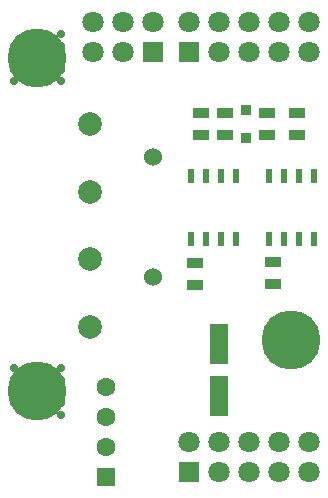
<source format=gbr>
G04 #@! TF.GenerationSoftware,KiCad,Pcbnew,5.0.0-fee4fd1~66~ubuntu16.04.1*
G04 #@! TF.CreationDate,2018-09-25T20:47:50+02:00*
G04 #@! TF.ProjectId,bus-module_attiny1634,6275732D6D6F64756C655F617474696E,B*
G04 #@! TF.SameCoordinates,Original*
G04 #@! TF.FileFunction,Soldermask,Bot*
G04 #@! TF.FilePolarity,Negative*
%FSLAX46Y46*%
G04 Gerber Fmt 4.6, Leading zero omitted, Abs format (unit mm)*
G04 Created by KiCad (PCBNEW 5.0.0-fee4fd1~66~ubuntu16.04.1) date Tue Sep 25 20:47:50 2018*
%MOMM*%
%LPD*%
G01*
G04 APERTURE LIST*
%ADD10R,1.600200X3.500120*%
%ADD11R,1.397000X0.889000*%
%ADD12R,0.914400X0.914400*%
%ADD13C,2.000000*%
%ADD14C,5.000000*%
%ADD15C,1.800000*%
%ADD16R,1.800000X1.800000*%
%ADD17R,0.508000X1.143000*%
%ADD18C,1.600000*%
%ADD19R,1.600000X1.600000*%
%ADD20C,0.700000*%
%ADD21C,1.524000*%
G04 APERTURE END LIST*
D10*
G04 #@! TO.C,C6*
X98036000Y-112443640D03*
X98036000Y-108044360D03*
G04 #@! TD*
D11*
G04 #@! TO.C,C7*
X102608000Y-101100000D03*
X102608000Y-103005000D03*
G04 #@! TD*
G04 #@! TO.C,C4*
X96004000Y-103068500D03*
X96004000Y-101163500D03*
G04 #@! TD*
D12*
G04 #@! TO.C,D1*
X100322000Y-88239980D03*
X100322000Y-90592020D03*
G04 #@! TD*
D11*
G04 #@! TO.C,R5*
X98544000Y-90368500D03*
X98544000Y-88463500D03*
G04 #@! TD*
G04 #@! TO.C,R6*
X102100000Y-90368500D03*
X102100000Y-88463500D03*
G04 #@! TD*
G04 #@! TO.C,R1*
X104640000Y-90368500D03*
X104640000Y-88463500D03*
G04 #@! TD*
G04 #@! TO.C,C1*
X96512000Y-90368500D03*
X96512000Y-88463500D03*
G04 #@! TD*
D13*
G04 #@! TO.C,J6*
X87114000Y-95156400D03*
G04 #@! TD*
G04 #@! TO.C,J5*
X87120200Y-100896800D03*
G04 #@! TD*
G04 #@! TO.C,J4*
X87114000Y-106637200D03*
G04 #@! TD*
G04 #@! TO.C,J7*
X87114000Y-89416000D03*
G04 #@! TD*
D14*
G04 #@! TO.C,HOLE_2.5mm*
X82650000Y-112070000D03*
G04 #@! TD*
G04 #@! TO.C,HOLE_2.5mm*
X82650000Y-83820000D03*
G04 #@! TD*
D15*
G04 #@! TO.C,J3*
X87368000Y-80780000D03*
X87368000Y-83320000D03*
X89908000Y-80780000D03*
X89908000Y-83320000D03*
X92448000Y-80780000D03*
D16*
X92448000Y-83320000D03*
G04 #@! TD*
D14*
G04 #@! TO.C,H1*
X104132000Y-107704000D03*
G04 #@! TD*
D15*
G04 #@! TO.C,J2*
X105656000Y-116340000D03*
X105656000Y-118880000D03*
X103116000Y-116340000D03*
X103116000Y-118880000D03*
X100576000Y-116340000D03*
X100576000Y-118880000D03*
X98036000Y-116340000D03*
X98036000Y-118880000D03*
X95496000Y-116340000D03*
D16*
X95496000Y-118880000D03*
G04 #@! TD*
D15*
G04 #@! TO.C,J1*
X105656000Y-80780000D03*
X105656000Y-83320000D03*
X103116000Y-80780000D03*
X103116000Y-83320000D03*
X100576000Y-80780000D03*
X100576000Y-83320000D03*
X98036000Y-80780000D03*
X98036000Y-83320000D03*
X95496000Y-80780000D03*
D16*
X95496000Y-83320000D03*
G04 #@! TD*
D17*
G04 #@! TO.C,U4*
X99433000Y-93861000D03*
X98163000Y-93861000D03*
X96893000Y-93861000D03*
X99433000Y-99195000D03*
X98163000Y-99195000D03*
X96893000Y-99195000D03*
X95623000Y-93861000D03*
X95623000Y-99195000D03*
G04 #@! TD*
D18*
G04 #@! TO.C,U5*
X88434800Y-111666400D03*
X88434800Y-114206400D03*
X88434800Y-116746400D03*
D19*
X88434800Y-119286400D03*
G04 #@! TD*
D17*
G04 #@! TO.C,U2*
X106037000Y-93861000D03*
X104767000Y-93861000D03*
X103497000Y-93861000D03*
X106037000Y-99195000D03*
X104767000Y-99195000D03*
X103497000Y-99195000D03*
X102227000Y-93861000D03*
X102227000Y-99195000D03*
G04 #@! TD*
D20*
G04 #@! TO.C,REF\002A\002A*
X80650000Y-85820000D03*
X81650000Y-85820000D03*
X84650000Y-85820000D03*
X83650000Y-85820000D03*
X82650000Y-85820000D03*
G04 #@! TD*
G04 #@! TO.C,REF\002A\002A*
X84650000Y-110070000D03*
X83650000Y-110070000D03*
X80650000Y-110070000D03*
X81650000Y-110070000D03*
X82650000Y-110070000D03*
G04 #@! TD*
G04 #@! TO.C,REF\002A\002A*
X84650000Y-84820000D03*
X84650000Y-83820000D03*
X84650000Y-81820000D03*
X84650000Y-82820000D03*
G04 #@! TD*
G04 #@! TO.C,REF\002A\002A*
X84650000Y-114070000D03*
X84650000Y-113070000D03*
X84650000Y-111070000D03*
X84650000Y-112070000D03*
G04 #@! TD*
D21*
G04 #@! TO.C,R7*
X92448000Y-102370000D03*
X92448000Y-92210000D03*
G04 #@! TD*
M02*

</source>
